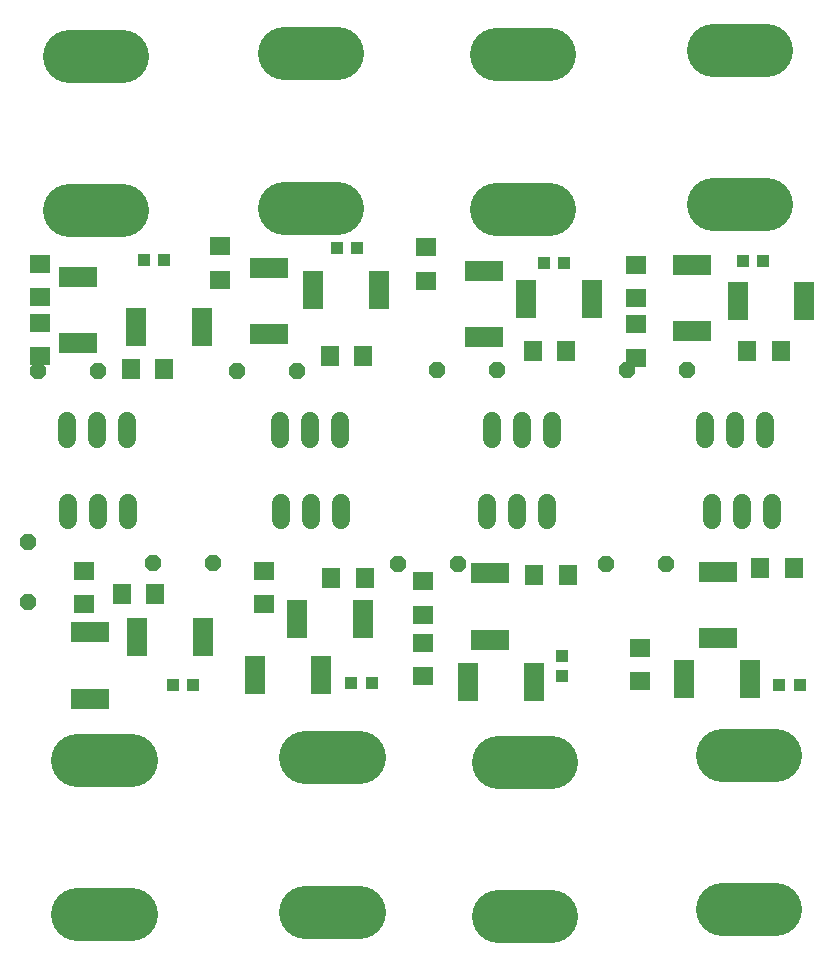
<source format=gbs>
G75*
G70*
%OFA0B0*%
%FSLAX24Y24*%
%IPPOS*%
%LPD*%
%AMOC8*
5,1,8,0,0,1.08239X$1,22.5*
%
%ADD10C,0.0594*%
%ADD11R,0.0394X0.0433*%
%ADD12R,0.0630X0.0710*%
%ADD13OC8,0.0520*%
%ADD14R,0.0433X0.0394*%
%ADD15R,0.0710X0.0630*%
%ADD16R,0.0709X0.1260*%
%ADD17R,0.1260X0.0709*%
%ADD18C,0.1772*%
D10*
X002843Y015793D02*
X002843Y016386D01*
X003843Y016386D02*
X003843Y015793D01*
X004843Y015793D02*
X004843Y016386D01*
X004804Y018509D02*
X004804Y019103D01*
X003804Y019103D02*
X003804Y018509D01*
X002804Y018509D02*
X002804Y019103D01*
X009891Y019103D02*
X009891Y018509D01*
X010891Y018509D02*
X010891Y019103D01*
X011891Y019103D02*
X011891Y018509D01*
X011930Y016386D02*
X011930Y015793D01*
X010930Y015793D02*
X010930Y016386D01*
X009930Y016386D02*
X009930Y015793D01*
X016820Y015793D02*
X016820Y016386D01*
X017820Y016386D02*
X017820Y015793D01*
X018820Y015793D02*
X018820Y016386D01*
X018977Y018509D02*
X018977Y019103D01*
X017977Y019103D02*
X017977Y018509D01*
X016977Y018509D02*
X016977Y019103D01*
X024064Y019103D02*
X024064Y018509D01*
X025064Y018509D02*
X025064Y019103D01*
X026064Y019103D02*
X026064Y018509D01*
X026300Y016386D02*
X026300Y015793D01*
X025300Y015793D02*
X025300Y016386D01*
X024300Y016386D02*
X024300Y015793D01*
D11*
X026556Y010318D03*
X027225Y010318D03*
X026005Y024452D03*
X025336Y024452D03*
X019367Y024373D03*
X018698Y024373D03*
X012477Y024853D03*
X011808Y024853D03*
X006036Y024460D03*
X005367Y024460D03*
X006351Y010318D03*
X007021Y010318D03*
X012288Y010357D03*
X012958Y010357D03*
D12*
X012734Y013877D03*
X011614Y013877D03*
X005750Y013326D03*
X004630Y013326D03*
X004929Y020822D03*
X006049Y020822D03*
X011567Y021279D03*
X012687Y021279D03*
X018331Y021444D03*
X019451Y021444D03*
X025473Y021436D03*
X026592Y021436D03*
X027033Y014192D03*
X025914Y014192D03*
X019498Y013956D03*
X018378Y013956D03*
D13*
X020773Y014342D03*
X022773Y014342D03*
X023469Y020798D03*
X021469Y020798D03*
X017135Y020798D03*
X015135Y020798D03*
X010473Y020759D03*
X008473Y020759D03*
X003855Y020759D03*
X001855Y020759D03*
X001517Y015086D03*
X001517Y013086D03*
X005658Y014373D03*
X007658Y014373D03*
X013840Y014342D03*
X015840Y014342D03*
D14*
X019312Y011263D03*
X019312Y010594D03*
D15*
X021914Y010431D03*
X021914Y011551D03*
X014670Y011708D03*
X014670Y012636D03*
X014670Y013756D03*
X014670Y010589D03*
X009359Y012990D03*
X009359Y014110D03*
X003371Y014110D03*
X003371Y012990D03*
X001914Y021258D03*
X001914Y022378D03*
X001914Y023227D03*
X001914Y024346D03*
X007899Y023817D03*
X007899Y024937D03*
X014788Y024897D03*
X014788Y023778D03*
X021757Y024307D03*
X021757Y023187D03*
X021757Y022338D03*
X021757Y021219D03*
D16*
X020300Y023156D03*
X018095Y023156D03*
X013214Y023471D03*
X011009Y023471D03*
X007308Y022251D03*
X005103Y022251D03*
X010458Y012487D03*
X011284Y010637D03*
X012662Y012487D03*
X016166Y010401D03*
X018371Y010401D03*
X023371Y010519D03*
X025576Y010519D03*
X025182Y023117D03*
X027387Y023117D03*
X009080Y010637D03*
X007347Y011897D03*
X005143Y011897D03*
D17*
X003568Y012054D03*
X003568Y009849D03*
X003174Y021700D03*
X003174Y023905D03*
X009552Y024219D03*
X009552Y022015D03*
X016717Y021897D03*
X016717Y024101D03*
X023647Y024298D03*
X023647Y022094D03*
X024513Y014062D03*
X024513Y011857D03*
X016914Y011818D03*
X016914Y014023D03*
D18*
X004926Y002668D02*
X003154Y002668D01*
X003154Y007818D02*
X004926Y007818D01*
X010753Y007897D02*
X012525Y007897D01*
X012525Y002747D02*
X010753Y002747D01*
X017170Y002589D02*
X018942Y002589D01*
X018942Y007739D02*
X017170Y007739D01*
X024651Y007976D02*
X026422Y007976D01*
X026422Y002826D02*
X024651Y002826D01*
X018863Y026172D02*
X017091Y026172D01*
X017091Y031322D02*
X018863Y031322D01*
X024336Y031480D02*
X026107Y031480D01*
X026107Y026330D02*
X024336Y026330D01*
X011816Y026211D02*
X010044Y026211D01*
X010044Y031361D02*
X011816Y031361D01*
X004651Y031283D02*
X002879Y031283D01*
X002879Y026133D02*
X004651Y026133D01*
M02*

</source>
